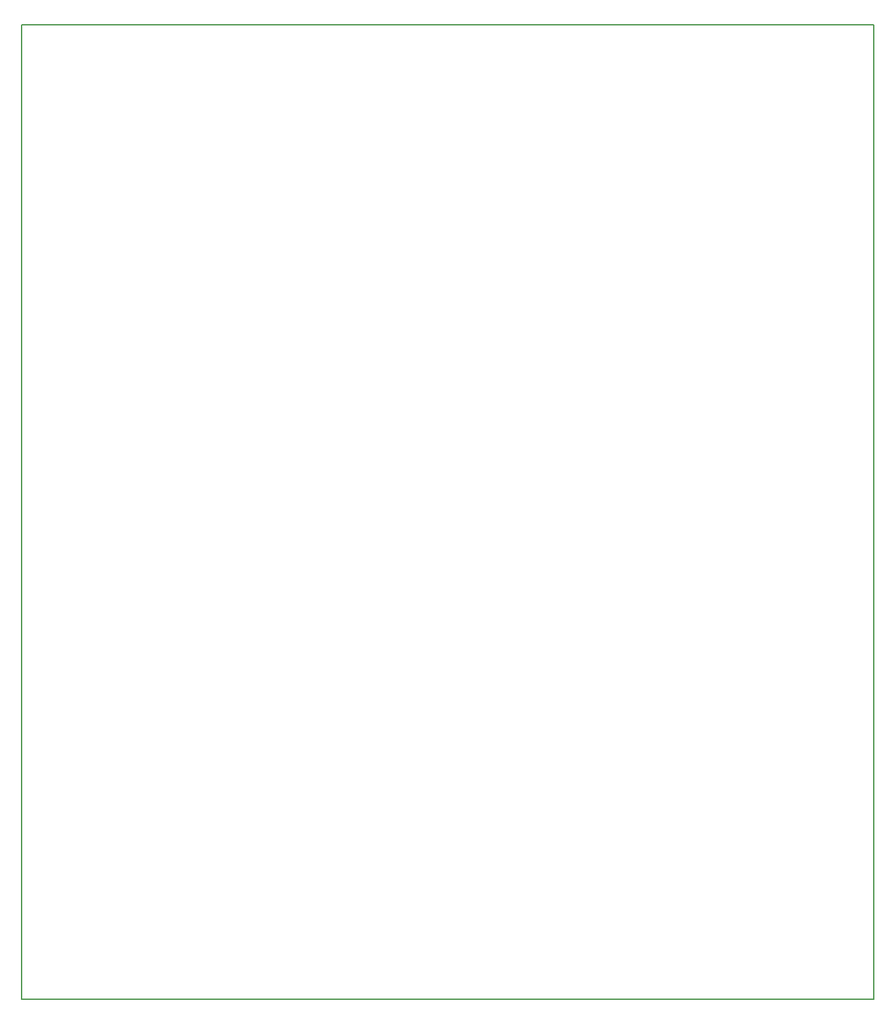
<source format=gm1>
G04 Layer_Color=16711935*
%FSLAX42Y42*%
%MOMM*%
G71*
G01*
G75*
%ADD13C,0.13*%
D13*
X4064Y7620D02*
X15418Y7620D01*
X15418Y20600D02*
X15418Y7620D01*
X4064Y20600D02*
X15418Y20600D01*
X4064Y20600D02*
X4064Y7620D01*
X15418Y7620D01*
X15418Y20600D02*
X15418Y7620D01*
X4064Y20600D02*
X15418Y20600D01*
X4064Y20600D02*
X4064Y7620D01*
M02*

</source>
